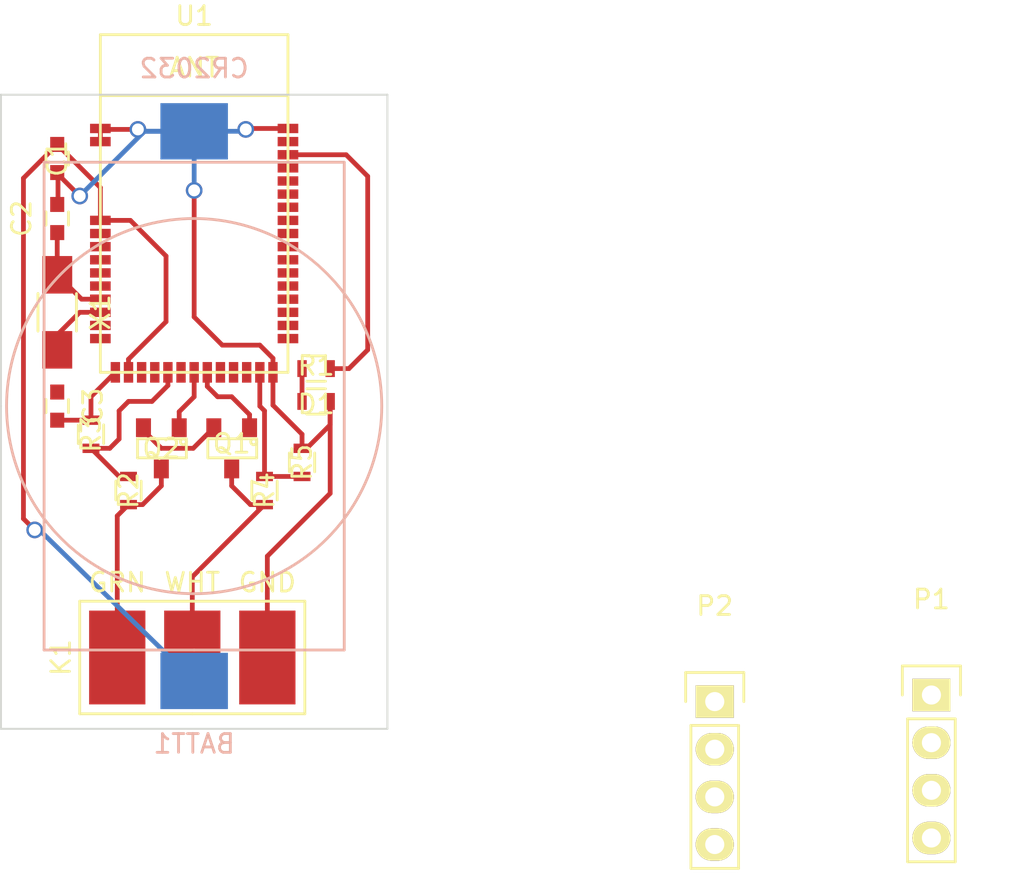
<source format=kicad_pcb>
(kicad_pcb (version 4) (host pcbnew "(2014-10-22 BZR 5216)-product")

  (general
    (links 41)
    (no_connects 11)
    (area 0 0 0 0)
    (thickness 1.6)
    (drawings 5)
    (tracks 98)
    (zones 0)
    (modules 17)
    (nets 41)
  )

  (page A4)
  (layers
    (0 F.Cu signal)
    (31 B.Cu signal)
    (32 B.Adhes user)
    (33 F.Adhes user)
    (34 B.Paste user)
    (35 F.Paste user)
    (36 B.SilkS user)
    (37 F.SilkS user)
    (38 B.Mask user)
    (39 F.Mask user)
    (40 Dwgs.User user)
    (41 Cmts.User user)
    (42 Eco1.User user)
    (43 Eco2.User user)
    (44 Edge.Cuts user)
    (45 Margin user)
    (46 B.CrtYd user)
    (47 F.CrtYd user)
    (48 B.Fab user)
    (49 F.Fab user)
  )

  (setup
    (last_trace_width 0.254)
    (trace_clearance 0.254)
    (zone_clearance 0.508)
    (zone_45_only no)
    (trace_min 0.254)
    (segment_width 0.2)
    (edge_width 0.1)
    (via_size 0.889)
    (via_drill 0.635)
    (via_min_size 0.889)
    (via_min_drill 0.508)
    (uvia_size 0.508)
    (uvia_drill 0.127)
    (uvias_allowed no)
    (uvia_min_size 0.508)
    (uvia_min_drill 0.127)
    (pcb_text_width 0.3)
    (pcb_text_size 1.5 1.5)
    (mod_edge_width 0.15)
    (mod_text_size 1 1)
    (mod_text_width 0.15)
    (pad_size 3.6 2.6)
    (pad_drill 0.6)
    (pad_to_mask_clearance 0)
    (aux_axis_origin 0 0)
    (visible_elements FFFFFF7F)
    (pcbplotparams
      (layerselection 0x00030_80000001)
      (usegerberextensions false)
      (excludeedgelayer true)
      (linewidth 0.100000)
      (plotframeref false)
      (viasonmask false)
      (mode 1)
      (useauxorigin false)
      (hpglpennumber 1)
      (hpglpenspeed 20)
      (hpglpendiameter 15)
      (hpglpenoverlay 2)
      (psnegative false)
      (psa4output false)
      (plotreference true)
      (plotvalue true)
      (plotinvisibletext false)
      (padsonsilk false)
      (subtractmaskfromsilk false)
      (outputformat 1)
      (mirror false)
      (drillshape 1)
      (scaleselection 1)
      (outputdirectory ""))
  )

  (net 0 "")
  (net 1 +BATT)
  (net 2 GND)
  (net 3 /XL1)
  (net 4 /XL2)
  (net 5 /LED_0)
  (net 6 "Net-(D1-Pad2)")
  (net 7 /DATA_1)
  (net 8 /DATA_0)
  (net 9 /SW_DIO)
  (net 10 /SW_CLK)
  (net 11 /GPIO_1)
  (net 12 /TX_TTL)
  (net 13 /RX_TTL)
  (net 14 /D0_CTL)
  (net 15 /D1_CTL)
  (net 16 /D0_SRC)
  (net 17 /D1_SRC)
  (net 18 "Net-(U1-Pad15)")
  (net 19 "Net-(U1-Pad16)")
  (net 20 "Net-(U1-Pad21)")
  (net 21 "Net-(U1-Pad22)")
  (net 22 "Net-(U1-Pad23)")
  (net 23 "Net-(U1-Pad26)")
  (net 24 "Net-(U1-Pad28)")
  (net 25 "Net-(U1-Pad30)")
  (net 26 "Net-(U1-Pad31)")
  (net 27 "Net-(U1-Pad32)")
  (net 28 "Net-(U1-Pad33)")
  (net 29 "Net-(U1-Pad34)")
  (net 30 "Net-(U1-Pad37)")
  (net 31 "Net-(U1-Pad38)")
  (net 32 "Net-(U1-Pad39)")
  (net 33 "Net-(U1-Pad41)")
  (net 34 "Net-(U1-Pad4)")
  (net 35 "Net-(U1-Pad5)")
  (net 36 "Net-(U1-Pad6)")
  (net 37 "Net-(U1-Pad7)")
  (net 38 "Net-(U1-Pad8)")
  (net 39 /GPIO_2)
  (net 40 "Net-(U1-Pad18)")

  (net_class Default "This is the default net class."
    (clearance 0.254)
    (trace_width 0.254)
    (via_dia 0.889)
    (via_drill 0.635)
    (uvia_dia 0.508)
    (uvia_drill 0.127)
    (add_net +BATT)
    (add_net /D0_CTL)
    (add_net /D0_SRC)
    (add_net /D1_CTL)
    (add_net /D1_SRC)
    (add_net /DATA_0)
    (add_net /DATA_1)
    (add_net /GPIO_1)
    (add_net /GPIO_2)
    (add_net /LED_0)
    (add_net /RX_TTL)
    (add_net /SW_CLK)
    (add_net /SW_DIO)
    (add_net /TX_TTL)
    (add_net /XL1)
    (add_net /XL2)
    (add_net GND)
    (add_net "Net-(D1-Pad2)")
    (add_net "Net-(U1-Pad15)")
    (add_net "Net-(U1-Pad16)")
    (add_net "Net-(U1-Pad18)")
    (add_net "Net-(U1-Pad21)")
    (add_net "Net-(U1-Pad22)")
    (add_net "Net-(U1-Pad23)")
    (add_net "Net-(U1-Pad26)")
    (add_net "Net-(U1-Pad28)")
    (add_net "Net-(U1-Pad30)")
    (add_net "Net-(U1-Pad31)")
    (add_net "Net-(U1-Pad32)")
    (add_net "Net-(U1-Pad33)")
    (add_net "Net-(U1-Pad34)")
    (add_net "Net-(U1-Pad37)")
    (add_net "Net-(U1-Pad38)")
    (add_net "Net-(U1-Pad39)")
    (add_net "Net-(U1-Pad4)")
    (add_net "Net-(U1-Pad41)")
    (add_net "Net-(U1-Pad5)")
    (add_net "Net-(U1-Pad6)")
    (add_net "Net-(U1-Pad7)")
    (add_net "Net-(U1-Pad8)")
  )

  (module new_wieg:CR2032 (layer B.Cu) (tedit 54AC1DC7) (tstamp 557070A5)
    (at 150.5 86)
    (path /547DCF11)
    (fp_text reference BATT1 (at 0 18) (layer B.SilkS)
      (effects (font (size 1 1) (thickness 0.15)) (justify mirror))
    )
    (fp_text value CR2032 (at 0 -18) (layer B.SilkS)
      (effects (font (size 1 1) (thickness 0.15)) (justify mirror))
    )
    (fp_circle (center 0 0) (end 10 0) (layer B.SilkS) (width 0.15))
    (fp_line (start 0 13) (end -8 13) (layer B.SilkS) (width 0.15))
    (fp_line (start -8 13) (end -8 -13) (layer B.SilkS) (width 0.15))
    (fp_line (start -8 -13) (end 8 -13) (layer B.SilkS) (width 0.15))
    (fp_line (start 8 -13) (end 8 13) (layer B.SilkS) (width 0.15))
    (fp_line (start 8 13) (end 0 13) (layer B.SilkS) (width 0.15))
    (pad 1 smd rect (at 0 14.65) (size 3.6 3) (layers B.Cu B.Paste B.Mask)
      (net 1 +BATT))
    (pad 2 smd rect (at 0 -14.65) (size 3.6 3) (layers B.Cu B.Paste B.Mask)
      (net 2 GND))
  )

  (module Capacitors_SMD:C_0603 (layer F.Cu) (tedit 5570790B) (tstamp 557070AB)
    (at 143.2 72.8 90)
    (descr "Capacitor SMD 0603, reflow soldering, AVX (see smccp.pdf)")
    (tags "capacitor 0603")
    (path /5489A399)
    (attr smd)
    (fp_text reference C1 (at 0 0 270) (layer F.SilkS)
      (effects (font (size 1 1) (thickness 0.15)))
    )
    (fp_text value 100nF (at 8.9289 -3.7736 90) (layer F.Fab) hide
      (effects (font (size 1 1) (thickness 0.15)))
    )
    (fp_line (start -1.45 -0.75) (end 1.45 -0.75) (layer F.CrtYd) (width 0.05))
    (fp_line (start -1.45 0.75) (end 1.45 0.75) (layer F.CrtYd) (width 0.05))
    (fp_line (start -1.45 -0.75) (end -1.45 0.75) (layer F.CrtYd) (width 0.05))
    (fp_line (start 1.45 -0.75) (end 1.45 0.75) (layer F.CrtYd) (width 0.05))
    (fp_line (start -0.35 -0.6) (end 0.35 -0.6) (layer F.SilkS) (width 0.15))
    (fp_line (start 0.35 0.6) (end -0.35 0.6) (layer F.SilkS) (width 0.15))
    (pad 1 smd rect (at -0.75 0 90) (size 0.8 0.75) (layers F.Cu F.Paste F.Mask)
      (net 2 GND))
    (pad 2 smd rect (at 0.75 0 90) (size 0.8 0.75) (layers F.Cu F.Paste F.Mask)
      (net 1 +BATT))
    (model Capacitors_SMD.3dshapes/C_0603.wrl
      (at (xyz 0 0 0))
      (scale (xyz 1 1 1))
      (rotate (xyz 0 0 0))
    )
  )

  (module Capacitors_SMD:C_0603 (layer F.Cu) (tedit 55707876) (tstamp 557070B1)
    (at 143.2 76 90)
    (descr "Capacitor SMD 0603, reflow soldering, AVX (see smccp.pdf)")
    (tags "capacitor 0603")
    (path /54899DF3)
    (attr smd)
    (fp_text reference C2 (at 0 -1.9 90) (layer F.SilkS)
      (effects (font (size 1 1) (thickness 0.15)))
    )
    (fp_text value 12pF (at 0 1.9 90) (layer F.Fab) hide
      (effects (font (size 1 1) (thickness 0.15)))
    )
    (fp_line (start -1.45 -0.75) (end 1.45 -0.75) (layer F.CrtYd) (width 0.05))
    (fp_line (start -1.45 0.75) (end 1.45 0.75) (layer F.CrtYd) (width 0.05))
    (fp_line (start -1.45 -0.75) (end -1.45 0.75) (layer F.CrtYd) (width 0.05))
    (fp_line (start 1.45 -0.75) (end 1.45 0.75) (layer F.CrtYd) (width 0.05))
    (fp_line (start -0.35 -0.6) (end 0.35 -0.6) (layer F.SilkS) (width 0.15))
    (fp_line (start 0.35 0.6) (end -0.35 0.6) (layer F.SilkS) (width 0.15))
    (pad 1 smd rect (at -0.75 0 90) (size 0.8 0.75) (layers F.Cu F.Paste F.Mask)
      (net 3 /XL1))
    (pad 2 smd rect (at 0.75 0 90) (size 0.8 0.75) (layers F.Cu F.Paste F.Mask)
      (net 2 GND))
    (model Capacitors_SMD.3dshapes/C_0603.wrl
      (at (xyz 0 0 0))
      (scale (xyz 1 1 1))
      (rotate (xyz 0 0 0))
    )
  )

  (module Capacitors_SMD:C_0603 (layer F.Cu) (tedit 5570790F) (tstamp 557070B7)
    (at 143.2 86 270)
    (descr "Capacitor SMD 0603, reflow soldering, AVX (see smccp.pdf)")
    (tags "capacitor 0603")
    (path /54899E00)
    (attr smd)
    (fp_text reference C3 (at 0 -1.9 270) (layer F.SilkS)
      (effects (font (size 1 1) (thickness 0.15)))
    )
    (fp_text value 12pF (at 0 1.9 270) (layer F.Fab)
      (effects (font (size 1 1) (thickness 0.15)))
    )
    (fp_line (start -1.45 -0.75) (end 1.45 -0.75) (layer F.CrtYd) (width 0.05))
    (fp_line (start -1.45 0.75) (end 1.45 0.75) (layer F.CrtYd) (width 0.05))
    (fp_line (start -1.45 -0.75) (end -1.45 0.75) (layer F.CrtYd) (width 0.05))
    (fp_line (start 1.45 -0.75) (end 1.45 0.75) (layer F.CrtYd) (width 0.05))
    (fp_line (start -0.35 -0.6) (end 0.35 -0.6) (layer F.SilkS) (width 0.15))
    (fp_line (start 0.35 0.6) (end -0.35 0.6) (layer F.SilkS) (width 0.15))
    (pad 1 smd rect (at -0.75 0 270) (size 0.8 0.75) (layers F.Cu F.Paste F.Mask)
      (net 4 /XL2))
    (pad 2 smd rect (at 0.75 0 270) (size 0.8 0.75) (layers F.Cu F.Paste F.Mask)
      (net 2 GND))
    (model Capacitors_SMD.3dshapes/C_0603.wrl
      (at (xyz 0 0 0))
      (scale (xyz 1 1 1))
      (rotate (xyz 0 0 0))
    )
  )

  (module Resistors_SMD:R_0603 (layer F.Cu) (tedit 5570720B) (tstamp 557070BD)
    (at 157 84 180)
    (descr "Resistor SMD 0603, reflow soldering, Vishay (see dcrcw.pdf)")
    (tags "resistor 0603")
    (path /547DCE55)
    (attr smd)
    (fp_text reference D1 (at 0 -1.9 180) (layer F.SilkS)
      (effects (font (size 1 1) (thickness 0.15)))
    )
    (fp_text value LED (at 0 1.9 180) (layer F.Fab) hide
      (effects (font (size 1 1) (thickness 0.15)))
    )
    (fp_line (start -1.3 -0.8) (end 1.3 -0.8) (layer F.CrtYd) (width 0.05))
    (fp_line (start -1.3 0.8) (end 1.3 0.8) (layer F.CrtYd) (width 0.05))
    (fp_line (start -1.3 -0.8) (end -1.3 0.8) (layer F.CrtYd) (width 0.05))
    (fp_line (start 1.3 -0.8) (end 1.3 0.8) (layer F.CrtYd) (width 0.05))
    (fp_line (start 0.5 0.675) (end -0.5 0.675) (layer F.SilkS) (width 0.15))
    (fp_line (start -0.5 -0.675) (end 0.5 -0.675) (layer F.SilkS) (width 0.15))
    (pad 1 smd rect (at -0.75 0 180) (size 0.5 0.9) (layers F.Cu F.Paste F.Mask)
      (net 5 /LED_0))
    (pad 2 smd rect (at 0.75 0 180) (size 0.5 0.9) (layers F.Cu F.Paste F.Mask)
      (net 6 "Net-(D1-Pad2)"))
    (model Resistors_SMD.3dshapes/R_0603.wrl
      (at (xyz 0 0 0))
      (scale (xyz 1 1 1))
      (rotate (xyz 0 0 0))
    )
  )

  (module new_wieg:IDC3POS (layer F.Cu) (tedit 54AB0A73) (tstamp 557070C4)
    (at 150.4 99.4)
    (path /547F5E27)
    (fp_text reference K1 (at -7 0 90) (layer F.SilkS)
      (effects (font (size 1 1) (thickness 0.15)))
    )
    (fp_text value WIEGAND (at 0 4) (layer F.SilkS) hide
      (effects (font (size 1 1) (thickness 0.15)))
    )
    (fp_text user GND (at 4 -4) (layer F.SilkS)
      (effects (font (size 1 1) (thickness 0.15)))
    )
    (fp_text user WHT (at 0 -4) (layer F.SilkS)
      (effects (font (size 1 1) (thickness 0.15)))
    )
    (fp_text user GRN (at -4 -4) (layer F.SilkS)
      (effects (font (size 1 1) (thickness 0.15)))
    )
    (fp_line (start 0 -3) (end 6 -3) (layer F.SilkS) (width 0.15))
    (fp_line (start 6 -3) (end 6 3) (layer F.SilkS) (width 0.15))
    (fp_line (start 6 3) (end 0 3) (layer F.SilkS) (width 0.15))
    (fp_line (start 0 3) (end -6 3) (layer F.SilkS) (width 0.15))
    (fp_line (start -6 3) (end -6 -3) (layer F.SilkS) (width 0.15))
    (fp_line (start -6 -3) (end 0 -3) (layer F.SilkS) (width 0.15))
    (pad 2 smd rect (at 0 0) (size 3 5) (layers F.Cu F.Paste F.Mask)
      (net 7 /DATA_1))
    (pad 1 smd rect (at -4 0) (size 3 5) (layers F.Cu F.Paste F.Mask)
      (net 8 /DATA_0))
    (pad 3 smd rect (at 4 0) (size 3 5) (layers F.Cu F.Paste F.Mask)
      (net 2 GND))
  )

  (module Pin_Headers:Pin_Header_Straight_1x04 (layer F.Cu) (tedit 55707070) (tstamp 557070CC)
    (at 189.8 101.4)
    (descr "Through hole pin header")
    (tags "pin header")
    (path /55707409)
    (fp_text reference P1 (at 0 -5.1) (layer F.SilkS)
      (effects (font (size 1 1) (thickness 0.15)))
    )
    (fp_text value CONN_01X04 (at 0 -3.1) (layer F.Fab)
      (effects (font (size 1 1) (thickness 0.15)))
    )
    (fp_line (start -1.75 -1.75) (end -1.75 9.4) (layer F.CrtYd) (width 0.05))
    (fp_line (start 1.75 -1.75) (end 1.75 9.4) (layer F.CrtYd) (width 0.05))
    (fp_line (start -1.75 -1.75) (end 1.75 -1.75) (layer F.CrtYd) (width 0.05))
    (fp_line (start -1.75 9.4) (end 1.75 9.4) (layer F.CrtYd) (width 0.05))
    (fp_line (start -1.27 1.27) (end -1.27 8.89) (layer F.SilkS) (width 0.15))
    (fp_line (start 1.27 1.27) (end 1.27 8.89) (layer F.SilkS) (width 0.15))
    (fp_line (start 1.55 -1.55) (end 1.55 0) (layer F.SilkS) (width 0.15))
    (fp_line (start -1.27 8.89) (end 1.27 8.89) (layer F.SilkS) (width 0.15))
    (fp_line (start 1.27 1.27) (end -1.27 1.27) (layer F.SilkS) (width 0.15))
    (fp_line (start -1.55 0) (end -1.55 -1.55) (layer F.SilkS) (width 0.15))
    (fp_line (start -1.55 -1.55) (end 1.55 -1.55) (layer F.SilkS) (width 0.15))
    (pad 1 thru_hole rect (at 0 0) (size 2.032 1.7272) (drill 1.016) (layers *.Cu *.Mask F.SilkS)
      (net 1 +BATT))
    (pad 2 thru_hole oval (at 0 2.54) (size 2.032 1.7272) (drill 1.016) (layers *.Cu *.Mask F.SilkS)
      (net 9 /SW_DIO))
    (pad 3 thru_hole oval (at 0 5.08) (size 2.032 1.7272) (drill 1.016) (layers *.Cu *.Mask F.SilkS)
      (net 10 /SW_CLK))
    (pad 4 thru_hole oval (at 0 7.62) (size 2.032 1.7272) (drill 1.016) (layers *.Cu *.Mask F.SilkS)
      (net 2 GND))
    (model Pin_Headers.3dshapes/Pin_Header_Straight_1x04.wrl
      (at (xyz 0 -0.15 0))
      (scale (xyz 1 1 1))
      (rotate (xyz 0 0 90))
    )
  )

  (module Pin_Headers:Pin_Header_Straight_1x04 (layer F.Cu) (tedit 55707070) (tstamp 55707754)
    (at 178.25 101.75)
    (descr "Through hole pin header")
    (tags "pin header")
    (path /5570B08F)
    (fp_text reference P2 (at 0 -5.1) (layer F.SilkS)
      (effects (font (size 1 1) (thickness 0.15)))
    )
    (fp_text value CONN_01X04 (at 0 -3.1) (layer F.Fab)
      (effects (font (size 1 1) (thickness 0.15)))
    )
    (fp_line (start -1.75 -1.75) (end -1.75 9.4) (layer F.CrtYd) (width 0.05))
    (fp_line (start 1.75 -1.75) (end 1.75 9.4) (layer F.CrtYd) (width 0.05))
    (fp_line (start -1.75 -1.75) (end 1.75 -1.75) (layer F.CrtYd) (width 0.05))
    (fp_line (start -1.75 9.4) (end 1.75 9.4) (layer F.CrtYd) (width 0.05))
    (fp_line (start -1.27 1.27) (end -1.27 8.89) (layer F.SilkS) (width 0.15))
    (fp_line (start 1.27 1.27) (end 1.27 8.89) (layer F.SilkS) (width 0.15))
    (fp_line (start 1.55 -1.55) (end 1.55 0) (layer F.SilkS) (width 0.15))
    (fp_line (start -1.27 8.89) (end 1.27 8.89) (layer F.SilkS) (width 0.15))
    (fp_line (start 1.27 1.27) (end -1.27 1.27) (layer F.SilkS) (width 0.15))
    (fp_line (start -1.55 0) (end -1.55 -1.55) (layer F.SilkS) (width 0.15))
    (fp_line (start -1.55 -1.55) (end 1.55 -1.55) (layer F.SilkS) (width 0.15))
    (pad 1 thru_hole rect (at 0 0) (size 2.032 1.7272) (drill 1.016) (layers *.Cu *.Mask F.SilkS)
      (net 11 /GPIO_1))
    (pad 2 thru_hole oval (at 0 2.54) (size 2.032 1.7272) (drill 1.016) (layers *.Cu *.Mask F.SilkS)
      (net 12 /TX_TTL))
    (pad 3 thru_hole oval (at 0 5.08) (size 2.032 1.7272) (drill 1.016) (layers *.Cu *.Mask F.SilkS)
      (net 13 /RX_TTL))
    (pad 4 thru_hole oval (at 0 7.62) (size 2.032 1.7272) (drill 1.016) (layers *.Cu *.Mask F.SilkS)
      (net 2 GND))
    (model Pin_Headers.3dshapes/Pin_Header_Straight_1x04.wrl
      (at (xyz 0 -0.15 0))
      (scale (xyz 1 1 1))
      (rotate (xyz 0 0 90))
    )
  )

  (module new_wieg:SOT-23-FET (layer F.Cu) (tedit 5570715B) (tstamp 557070DB)
    (at 152.5 88.25 180)
    (tags SOT23)
    (path /5479C83C)
    (fp_text reference Q1 (at 0 0.25 360) (layer F.SilkS)
      (effects (font (size 1 1) (thickness 0.15)))
    )
    (fp_text value FET_N (at 0 3 180) (layer F.SilkS) hide
      (effects (font (size 1 1) (thickness 0.15)))
    )
    (fp_circle (center -1.17602 0.35052) (end -1.30048 0.44958) (layer F.SilkS) (width 0.15))
    (fp_line (start 1.27 -0.508) (end 1.27 0.508) (layer F.SilkS) (width 0.15))
    (fp_line (start -1.3335 -0.508) (end -1.3335 0.508) (layer F.SilkS) (width 0.15))
    (fp_line (start 1.27 0.508) (end -1.3335 0.508) (layer F.SilkS) (width 0.15))
    (fp_line (start -1.3335 -0.508) (end 1.27 -0.508) (layer F.SilkS) (width 0.15))
    (pad D smd rect (at 0 -1.09982 180) (size 0.8001 1.00076) (layers F.Cu F.Paste F.Mask)
      (net 7 /DATA_1))
    (pad S smd rect (at 0.9525 1.09982 180) (size 0.8001 1.00076) (layers F.Cu F.Paste F.Mask)
      (net 2 GND))
    (pad G smd rect (at -0.9525 1.09982 180) (size 0.8001 1.00076) (layers F.Cu F.Paste F.Mask)
      (net 15 /D1_CTL))
    (model SMD_Packages/SOT-23.wrl
      (at (xyz 0 0 0))
      (scale (xyz 0.4 0.4 0.4))
      (rotate (xyz 0 0 180))
    )
  )

  (module new_wieg:SOT-23-FET (layer F.Cu) (tedit 5570715E) (tstamp 557070E2)
    (at 148.75 88.25 180)
    (tags SOT23)
    (path /547DCD65)
    (fp_text reference Q2 (at 0 0 360) (layer F.SilkS)
      (effects (font (size 1 1) (thickness 0.15)))
    )
    (fp_text value FET_N (at 0 3 180) (layer F.SilkS) hide
      (effects (font (size 1 1) (thickness 0.15)))
    )
    (fp_circle (center -1.17602 0.35052) (end -1.30048 0.44958) (layer F.SilkS) (width 0.15))
    (fp_line (start 1.27 -0.508) (end 1.27 0.508) (layer F.SilkS) (width 0.15))
    (fp_line (start -1.3335 -0.508) (end -1.3335 0.508) (layer F.SilkS) (width 0.15))
    (fp_line (start 1.27 0.508) (end -1.3335 0.508) (layer F.SilkS) (width 0.15))
    (fp_line (start -1.3335 -0.508) (end 1.27 -0.508) (layer F.SilkS) (width 0.15))
    (pad D smd rect (at 0 -1.09982 180) (size 0.8001 1.00076) (layers F.Cu F.Paste F.Mask)
      (net 8 /DATA_0))
    (pad S smd rect (at 0.9525 1.09982 180) (size 0.8001 1.00076) (layers F.Cu F.Paste F.Mask)
      (net 2 GND))
    (pad G smd rect (at -0.9525 1.09982 180) (size 0.8001 1.00076) (layers F.Cu F.Paste F.Mask)
      (net 14 /D0_CTL))
    (model SMD_Packages/SOT-23.wrl
      (at (xyz 0 0 0))
      (scale (xyz 0.4 0.4 0.4))
      (rotate (xyz 0 0 180))
    )
  )

  (module Resistors_SMD:R_0603 (layer F.Cu) (tedit 5570720C) (tstamp 557070E8)
    (at 157 85.75)
    (descr "Resistor SMD 0603, reflow soldering, Vishay (see dcrcw.pdf)")
    (tags "resistor 0603")
    (path /547DCE7A)
    (attr smd)
    (fp_text reference R1 (at 0 -1.9) (layer F.SilkS)
      (effects (font (size 1 1) (thickness 0.15)))
    )
    (fp_text value R (at 0 1.9) (layer F.Fab) hide
      (effects (font (size 1 1) (thickness 0.15)))
    )
    (fp_line (start -1.3 -0.8) (end 1.3 -0.8) (layer F.CrtYd) (width 0.05))
    (fp_line (start -1.3 0.8) (end 1.3 0.8) (layer F.CrtYd) (width 0.05))
    (fp_line (start -1.3 -0.8) (end -1.3 0.8) (layer F.CrtYd) (width 0.05))
    (fp_line (start 1.3 -0.8) (end 1.3 0.8) (layer F.CrtYd) (width 0.05))
    (fp_line (start 0.5 0.675) (end -0.5 0.675) (layer F.SilkS) (width 0.15))
    (fp_line (start -0.5 -0.675) (end 0.5 -0.675) (layer F.SilkS) (width 0.15))
    (pad 1 smd rect (at -0.75 0) (size 0.5 0.9) (layers F.Cu F.Paste F.Mask)
      (net 6 "Net-(D1-Pad2)"))
    (pad 2 smd rect (at 0.75 0) (size 0.5 0.9) (layers F.Cu F.Paste F.Mask)
      (net 2 GND))
    (model Resistors_SMD.3dshapes/R_0603.wrl
      (at (xyz 0 0 0))
      (scale (xyz 1 1 1))
      (rotate (xyz 0 0 0))
    )
  )

  (module Resistors_SMD:R_0603 (layer F.Cu) (tedit 55707193) (tstamp 55707514)
    (at 147 90.5 90)
    (descr "Resistor SMD 0603, reflow soldering, Vishay (see dcrcw.pdf)")
    (tags "resistor 0603")
    (path /547A0C9D)
    (attr smd)
    (fp_text reference R2 (at 0 0 90) (layer F.SilkS)
      (effects (font (size 1 1) (thickness 0.15)))
    )
    (fp_text value R (at 0 1.9 90) (layer F.Fab) hide
      (effects (font (size 1 1) (thickness 0.15)))
    )
    (fp_line (start -1.3 -0.8) (end 1.3 -0.8) (layer F.CrtYd) (width 0.05))
    (fp_line (start -1.3 0.8) (end 1.3 0.8) (layer F.CrtYd) (width 0.05))
    (fp_line (start -1.3 -0.8) (end -1.3 0.8) (layer F.CrtYd) (width 0.05))
    (fp_line (start 1.3 -0.8) (end 1.3 0.8) (layer F.CrtYd) (width 0.05))
    (fp_line (start 0.5 0.675) (end -0.5 0.675) (layer F.SilkS) (width 0.15))
    (fp_line (start -0.5 -0.675) (end 0.5 -0.675) (layer F.SilkS) (width 0.15))
    (pad 1 smd rect (at -0.75 0 90) (size 0.5 0.9) (layers F.Cu F.Paste F.Mask)
      (net 8 /DATA_0))
    (pad 2 smd rect (at 0.75 0 90) (size 0.5 0.9) (layers F.Cu F.Paste F.Mask)
      (net 16 /D0_SRC))
    (model Resistors_SMD.3dshapes/R_0603.wrl
      (at (xyz 0 0 0))
      (scale (xyz 1 1 1))
      (rotate (xyz 0 0 0))
    )
  )

  (module Resistors_SMD:R_0603 (layer F.Cu) (tedit 55707196) (tstamp 557070F4)
    (at 145 87.5 90)
    (descr "Resistor SMD 0603, reflow soldering, Vishay (see dcrcw.pdf)")
    (tags "resistor 0603")
    (path /547A0CBB)
    (attr smd)
    (fp_text reference R3 (at 0 0 90) (layer F.SilkS)
      (effects (font (size 1 1) (thickness 0.15)))
    )
    (fp_text value R (at 0 1.9 90) (layer F.Fab) hide
      (effects (font (size 1 1) (thickness 0.15)))
    )
    (fp_line (start -1.3 -0.8) (end 1.3 -0.8) (layer F.CrtYd) (width 0.05))
    (fp_line (start -1.3 0.8) (end 1.3 0.8) (layer F.CrtYd) (width 0.05))
    (fp_line (start -1.3 -0.8) (end -1.3 0.8) (layer F.CrtYd) (width 0.05))
    (fp_line (start 1.3 -0.8) (end 1.3 0.8) (layer F.CrtYd) (width 0.05))
    (fp_line (start 0.5 0.675) (end -0.5 0.675) (layer F.SilkS) (width 0.15))
    (fp_line (start -0.5 -0.675) (end 0.5 -0.675) (layer F.SilkS) (width 0.15))
    (pad 1 smd rect (at -0.75 0 90) (size 0.5 0.9) (layers F.Cu F.Paste F.Mask)
      (net 16 /D0_SRC))
    (pad 2 smd rect (at 0.75 0 90) (size 0.5 0.9) (layers F.Cu F.Paste F.Mask)
      (net 2 GND))
    (model Resistors_SMD.3dshapes/R_0603.wrl
      (at (xyz 0 0 0))
      (scale (xyz 1 1 1))
      (rotate (xyz 0 0 0))
    )
  )

  (module Resistors_SMD:R_0603 (layer F.Cu) (tedit 55707191) (tstamp 557070FA)
    (at 154.25 90.5 90)
    (descr "Resistor SMD 0603, reflow soldering, Vishay (see dcrcw.pdf)")
    (tags "resistor 0603")
    (path /547DCD6D)
    (attr smd)
    (fp_text reference R4 (at 0 0 90) (layer F.SilkS)
      (effects (font (size 1 1) (thickness 0.15)))
    )
    (fp_text value R (at 0 1.9 90) (layer F.Fab) hide
      (effects (font (size 1 1) (thickness 0.15)))
    )
    (fp_line (start -1.3 -0.8) (end 1.3 -0.8) (layer F.CrtYd) (width 0.05))
    (fp_line (start -1.3 0.8) (end 1.3 0.8) (layer F.CrtYd) (width 0.05))
    (fp_line (start -1.3 -0.8) (end -1.3 0.8) (layer F.CrtYd) (width 0.05))
    (fp_line (start 1.3 -0.8) (end 1.3 0.8) (layer F.CrtYd) (width 0.05))
    (fp_line (start 0.5 0.675) (end -0.5 0.675) (layer F.SilkS) (width 0.15))
    (fp_line (start -0.5 -0.675) (end 0.5 -0.675) (layer F.SilkS) (width 0.15))
    (pad 1 smd rect (at -0.75 0 90) (size 0.5 0.9) (layers F.Cu F.Paste F.Mask)
      (net 7 /DATA_1))
    (pad 2 smd rect (at 0.75 0 90) (size 0.5 0.9) (layers F.Cu F.Paste F.Mask)
      (net 17 /D1_SRC))
    (model Resistors_SMD.3dshapes/R_0603.wrl
      (at (xyz 0 0 0))
      (scale (xyz 1 1 1))
      (rotate (xyz 0 0 0))
    )
  )

  (module Resistors_SMD:R_0603 (layer F.Cu) (tedit 557071A1) (tstamp 55707100)
    (at 156.25 89 90)
    (descr "Resistor SMD 0603, reflow soldering, Vishay (see dcrcw.pdf)")
    (tags "resistor 0603")
    (path /547DCD73)
    (attr smd)
    (fp_text reference R5 (at 0 0 90) (layer F.SilkS)
      (effects (font (size 1 1) (thickness 0.15)))
    )
    (fp_text value R (at 0 1.9 90) (layer F.Fab) hide
      (effects (font (size 1 1) (thickness 0.15)))
    )
    (fp_line (start -1.3 -0.8) (end 1.3 -0.8) (layer F.CrtYd) (width 0.05))
    (fp_line (start -1.3 0.8) (end 1.3 0.8) (layer F.CrtYd) (width 0.05))
    (fp_line (start -1.3 -0.8) (end -1.3 0.8) (layer F.CrtYd) (width 0.05))
    (fp_line (start 1.3 -0.8) (end 1.3 0.8) (layer F.CrtYd) (width 0.05))
    (fp_line (start 0.5 0.675) (end -0.5 0.675) (layer F.SilkS) (width 0.15))
    (fp_line (start -0.5 -0.675) (end 0.5 -0.675) (layer F.SilkS) (width 0.15))
    (pad 1 smd rect (at -0.75 0 90) (size 0.5 0.9) (layers F.Cu F.Paste F.Mask)
      (net 17 /D1_SRC))
    (pad 2 smd rect (at 0.75 0 90) (size 0.5 0.9) (layers F.Cu F.Paste F.Mask)
      (net 2 GND))
    (model Resistors_SMD.3dshapes/R_0603.wrl
      (at (xyz 0 0 0))
      (scale (xyz 1 1 1))
      (rotate (xyz 0 0 0))
    )
  )

  (module new_wieg:MDBT40 (layer F.Cu) (tedit 557070E5) (tstamp 5570712E)
    (at 150.5 84.2)
    (path /547F5765)
    (fp_text reference U1 (at 0 -19) (layer F.SilkS)
      (effects (font (size 1 1) (thickness 0.15)))
    )
    (fp_text value MDBT40 (at 0.25 1.75) (layer F.SilkS) hide
      (effects (font (size 1 1) (thickness 0.15)))
    )
    (fp_text user ANT (at 0 -16.25) (layer F.SilkS)
      (effects (font (size 1 1) (thickness 0.15)))
    )
    (fp_line (start -5 -14.75) (end 5 -14.75) (layer F.SilkS) (width 0.15))
    (fp_line (start 5 -18) (end -5 -18) (layer F.SilkS) (width 0.15))
    (fp_line (start -5 -18) (end -5 0) (layer F.SilkS) (width 0.15))
    (fp_line (start -5 0) (end 5 0) (layer F.SilkS) (width 0.15))
    (fp_line (start 5 0) (end 5 -18) (layer F.SilkS) (width 0.15))
    (pad 13 smd rect (at -4.2 0) (size 0.5 1.1) (layers F.Cu F.Paste F.Mask)
      (net 2 GND))
    (pad 14 smd rect (at -3.5 0) (size 0.5 1.1) (layers F.Cu F.Paste F.Mask)
      (net 1 +BATT))
    (pad 15 smd rect (at -2.8 0) (size 0.5 1.1) (layers F.Cu F.Paste F.Mask)
      (net 18 "Net-(U1-Pad15)"))
    (pad 16 smd rect (at -2.1 0) (size 0.5 1.1) (layers F.Cu F.Paste F.Mask)
      (net 19 "Net-(U1-Pad16)"))
    (pad 17 smd rect (at -1.4 0) (size 0.5 1.1) (layers F.Cu F.Paste F.Mask)
      (net 16 /D0_SRC))
    (pad 18 smd rect (at -0.7 0) (size 0.5 1.1) (layers F.Cu F.Paste F.Mask)
      (net 40 "Net-(U1-Pad18)"))
    (pad 19 smd rect (at 0 0) (size 0.5 1.1) (layers F.Cu F.Paste F.Mask)
      (net 14 /D0_CTL))
    (pad 20 smd rect (at 0.7 0) (size 0.5 1.1) (layers F.Cu F.Paste F.Mask)
      (net 15 /D1_CTL))
    (pad 21 smd rect (at 1.4 0) (size 0.5 1.1) (layers F.Cu F.Paste F.Mask)
      (net 20 "Net-(U1-Pad21)"))
    (pad 22 smd rect (at 2.1 0) (size 0.5 1.1) (layers F.Cu F.Paste F.Mask)
      (net 21 "Net-(U1-Pad22)"))
    (pad 23 smd rect (at 2.8 0) (size 0.5 1.1) (layers F.Cu F.Paste F.Mask)
      (net 22 "Net-(U1-Pad23)"))
    (pad 24 smd rect (at 3.5 0) (size 0.5 1.1) (layers F.Cu F.Paste F.Mask)
      (net 17 /D1_SRC))
    (pad 25 smd rect (at 4.2 0) (size 0.5 1.1) (layers F.Cu F.Paste F.Mask)
      (net 2 GND))
    (pad 1 smd rect (at -5 -13) (size 1.1 0.5) (layers F.Cu F.Paste F.Mask)
      (net 2 GND))
    (pad 2 smd rect (at -5 -12.3) (size 1.1 0.5) (layers F.Cu F.Paste F.Mask)
      (net 2 GND))
    (pad 26 smd rect (at 5 -1.8) (size 1.1 0.5) (layers F.Cu F.Paste F.Mask)
      (net 23 "Net-(U1-Pad26)"))
    (pad 27 smd rect (at 5 -2.5) (size 1.1 0.5) (layers F.Cu F.Paste F.Mask)
      (net 12 /TX_TTL))
    (pad 28 smd rect (at 5 -3.2) (size 1.1 0.5) (layers F.Cu F.Paste F.Mask)
      (net 24 "Net-(U1-Pad28)"))
    (pad 29 smd rect (at 5 -3.9) (size 1.1 0.5) (layers F.Cu F.Paste F.Mask)
      (net 13 /RX_TTL))
    (pad 30 smd rect (at 5 -4.6) (size 1.1 0.5) (layers F.Cu F.Paste F.Mask)
      (net 25 "Net-(U1-Pad30)"))
    (pad 31 smd rect (at 5 -5.3) (size 1.1 0.5) (layers F.Cu F.Paste F.Mask)
      (net 26 "Net-(U1-Pad31)"))
    (pad 32 smd rect (at 5 -6) (size 1.1 0.5) (layers F.Cu F.Paste F.Mask)
      (net 27 "Net-(U1-Pad32)"))
    (pad 33 smd rect (at 5 -6.7) (size 1.1 0.5) (layers F.Cu F.Paste F.Mask)
      (net 28 "Net-(U1-Pad33)"))
    (pad 34 smd rect (at 5 -7.4) (size 1.1 0.5) (layers F.Cu F.Paste F.Mask)
      (net 29 "Net-(U1-Pad34)"))
    (pad 35 smd rect (at 5 -8.1) (size 1.1 0.5) (layers F.Cu F.Paste F.Mask)
      (net 9 /SW_DIO))
    (pad 36 smd rect (at 5 -8.8) (size 1.1 0.5) (layers F.Cu F.Paste F.Mask)
      (net 10 /SW_CLK))
    (pad 37 smd rect (at 5 -9.5) (size 1.1 0.5) (layers F.Cu F.Paste F.Mask)
      (net 30 "Net-(U1-Pad37)"))
    (pad 38 smd rect (at 5 -10.2) (size 1.1 0.5) (layers F.Cu F.Paste F.Mask)
      (net 31 "Net-(U1-Pad38)"))
    (pad 39 smd rect (at 5 -10.9) (size 1.1 0.5) (layers F.Cu F.Paste F.Mask)
      (net 32 "Net-(U1-Pad39)"))
    (pad 40 smd rect (at 5 -11.6) (size 1.1 0.5) (layers F.Cu F.Paste F.Mask)
      (net 5 /LED_0))
    (pad 41 smd rect (at 5 -12.3) (size 1.1 0.5) (layers F.Cu F.Paste F.Mask)
      (net 33 "Net-(U1-Pad41)"))
    (pad 42 smd rect (at 5 -13) (size 1.1 0.5) (layers F.Cu F.Paste F.Mask)
      (net 2 GND))
    (pad 3 smd rect (at -5 -8.1) (size 1.1 0.5) (layers F.Cu F.Paste F.Mask)
      (net 1 +BATT))
    (pad 4 smd rect (at -5 -7.4) (size 1.1 0.5) (layers F.Cu F.Paste F.Mask)
      (net 34 "Net-(U1-Pad4)"))
    (pad 5 smd rect (at -5 -6.7) (size 1.1 0.5) (layers F.Cu F.Paste F.Mask)
      (net 35 "Net-(U1-Pad5)"))
    (pad 6 smd rect (at -5 -6) (size 1.1 0.5) (layers F.Cu F.Paste F.Mask)
      (net 36 "Net-(U1-Pad6)"))
    (pad 7 smd rect (at -5 -5.3) (size 1.1 0.5) (layers F.Cu F.Paste F.Mask)
      (net 37 "Net-(U1-Pad7)"))
    (pad 8 smd rect (at -5 -4.6) (size 1.1 0.5) (layers F.Cu F.Paste F.Mask)
      (net 38 "Net-(U1-Pad8)"))
    (pad 9 smd rect (at -5 -3.9) (size 1.1 0.5) (layers F.Cu F.Paste F.Mask)
      (net 3 /XL1))
    (pad 10 smd rect (at -5 -3.2) (size 1.1 0.5) (layers F.Cu F.Paste F.Mask)
      (net 4 /XL2))
    (pad 11 smd rect (at -5 -2.5) (size 1.1 0.5) (layers F.Cu F.Paste F.Mask)
      (net 11 /GPIO_1))
    (pad 12 smd rect (at -5 -1.8) (size 1.1 0.5) (layers F.Cu F.Paste F.Mask)
      (net 39 /GPIO_2))
  )

  (module Capacitors_SMD:C_1206_HandSoldering (layer F.Cu) (tedit 55707866) (tstamp 55707134)
    (at 143.2 81 270)
    (descr "Capacitor SMD 1206, hand soldering")
    (tags "capacitor 1206")
    (path /54899CE7)
    (attr smd)
    (fp_text reference X1 (at 0 -2.3 270) (layer F.SilkS)
      (effects (font (size 1 1) (thickness 0.15)))
    )
    (fp_text value 32.768kHz (at 0 2.3 270) (layer F.Fab) hide
      (effects (font (size 1 1) (thickness 0.15)))
    )
    (fp_line (start -3.3 -1.15) (end 3.3 -1.15) (layer F.CrtYd) (width 0.05))
    (fp_line (start -3.3 1.15) (end 3.3 1.15) (layer F.CrtYd) (width 0.05))
    (fp_line (start -3.3 -1.15) (end -3.3 1.15) (layer F.CrtYd) (width 0.05))
    (fp_line (start 3.3 -1.15) (end 3.3 1.15) (layer F.CrtYd) (width 0.05))
    (fp_line (start 1 -1.025) (end -1 -1.025) (layer F.SilkS) (width 0.15))
    (fp_line (start -1 1.025) (end 1 1.025) (layer F.SilkS) (width 0.15))
    (pad 1 smd rect (at -2 0 270) (size 2 1.6) (layers F.Cu F.Paste F.Mask)
      (net 3 /XL1))
    (pad 2 smd rect (at 2 0 270) (size 2 1.6) (layers F.Cu F.Paste F.Mask)
      (net 4 /XL2))
    (model Capacitors_SMD.3dshapes/C_1206_HandSoldering.wrl
      (at (xyz 0 0 0))
      (scale (xyz 1 1 1))
      (rotate (xyz 0 0 0))
    )
  )

  (gr_line (start 140.2 103.2) (end 140.2 86) (angle 90) (layer Edge.Cuts) (width 0.1))
  (gr_line (start 160.8 103.2) (end 140.2 103.2) (angle 90) (layer Edge.Cuts) (width 0.1))
  (gr_line (start 160.8 69.4) (end 160.8 103.2) (angle 90) (layer Edge.Cuts) (width 0.1))
  (gr_line (start 140.2 69.4) (end 160.8 69.4) (angle 90) (layer Edge.Cuts) (width 0.1))
  (gr_line (start 140.2 86) (end 140.2 69.4) (angle 90) (layer Edge.Cuts) (width 0.1))

  (segment (start 145.5 76.1) (end 145.5 74.35) (width 0.254) (layer F.Cu) (net 1))
  (segment (start 145.5 74.35) (end 143.2 72.05) (width 0.254) (layer F.Cu) (net 1) (tstamp 557078E1))
  (segment (start 142 92.6) (end 141.4 92) (width 0.254) (layer F.Cu) (net 1))
  (segment (start 141.4 92) (end 141.4 73.85) (width 0.254) (layer F.Cu) (net 1) (tstamp 557078BF))
  (segment (start 141.4 73.85) (end 143.2 72.05) (width 0.254) (layer F.Cu) (net 1) (tstamp 557078C3))
  (segment (start 150.5 100.65) (end 142.25 92.6) (width 0.254) (layer B.Cu) (net 1))
  (segment (start 142.25 92.6) (end 142 92.6) (width 0.254) (layer B.Cu) (net 1) (tstamp 55707845))
  (via (at 142 92.6) (size 0.889) (layers F.Cu B.Cu) (net 1))
  (segment (start 147 84.2) (end 147 83.5) (width 0.254) (layer F.Cu) (net 1))
  (segment (start 147.1 76.1) (end 145.5 76.1) (width 0.254) (layer F.Cu) (net 1) (tstamp 55707760))
  (segment (start 149 78) (end 147.1 76.1) (width 0.254) (layer F.Cu) (net 1) (tstamp 5570775E))
  (segment (start 149 81.5) (end 149 78) (width 0.254) (layer F.Cu) (net 1) (tstamp 5570775B))
  (segment (start 147 83.5) (end 149 81.5) (width 0.254) (layer F.Cu) (net 1) (tstamp 55707755))
  (segment (start 143.2 73.55) (end 143.2 73.6) (width 0.254) (layer F.Cu) (net 2))
  (segment (start 143.2 73.6) (end 144.4 74.8) (width 0.254) (layer F.Cu) (net 2) (tstamp 557078E7))
  (segment (start 147.85 71.35) (end 150.5 71.35) (width 0.254) (layer B.Cu) (net 2) (tstamp 557078EA))
  (segment (start 144.4 74.8) (end 147.85 71.35) (width 0.254) (layer B.Cu) (net 2) (tstamp 557078E9))
  (via (at 144.4 74.8) (size 0.889) (layers F.Cu B.Cu) (net 2))
  (segment (start 143.2 75.25) (end 143.241998 75.208002) (width 0.254) (layer F.Cu) (net 2))
  (segment (start 143.241998 75.208002) (end 143.241998 73.65) (width 0.254) (layer F.Cu) (net 2) (tstamp 557078CA))
  (segment (start 143.241998 73.65) (end 143.2 73.55) (width 0.254) (layer F.Cu) (net 2) (tstamp 557078CC))
  (segment (start 143.2 86.75) (end 145 86.75) (width 0.254) (layer F.Cu) (net 2))
  (segment (start 154.4 99.4) (end 154.4 94) (width 0.254) (layer F.Cu) (net 2))
  (segment (start 157.75 90.65) (end 157.75 85.75) (width 0.254) (layer F.Cu) (net 2) (tstamp 557077E1))
  (segment (start 154.4 94) (end 157.75 90.65) (width 0.254) (layer F.Cu) (net 2) (tstamp 557077DD))
  (segment (start 154.7 84.2) (end 154.7 83.45) (width 0.254) (layer F.Cu) (net 2))
  (segment (start 150.5 74.5) (end 150.5 71.35) (width 0.254) (layer B.Cu) (net 2) (tstamp 55707796))
  (via (at 150.5 74.5) (size 0.889) (layers F.Cu B.Cu) (net 2))
  (segment (start 150.5 81.25) (end 150.5 74.5) (width 0.254) (layer F.Cu) (net 2) (tstamp 5570778F))
  (segment (start 152 82.75) (end 150.5 81.25) (width 0.254) (layer F.Cu) (net 2) (tstamp 55707789))
  (segment (start 154 82.75) (end 152 82.75) (width 0.254) (layer F.Cu) (net 2) (tstamp 55707781))
  (segment (start 154.7 83.45) (end 154 82.75) (width 0.254) (layer F.Cu) (net 2) (tstamp 55707780))
  (segment (start 156.25 88.25) (end 156.25 87.5) (width 0.254) (layer F.Cu) (net 2))
  (segment (start 154.7 85.95) (end 154.7 84.2) (width 0.254) (layer F.Cu) (net 2) (tstamp 5570777C))
  (segment (start 156.25 87.5) (end 154.7 85.95) (width 0.254) (layer F.Cu) (net 2) (tstamp 5570777B))
  (segment (start 150.5 71.35) (end 153.15 71.35) (width 0.254) (layer B.Cu) (net 2))
  (segment (start 153.15 71.35) (end 153.25 71.25) (width 0.254) (layer B.Cu) (net 2) (tstamp 55707771))
  (via (at 153.25 71.25) (size 0.889) (layers F.Cu B.Cu) (net 2))
  (segment (start 153.25 71.25) (end 153.3 71.2) (width 0.254) (layer F.Cu) (net 2) (tstamp 55707773))
  (segment (start 153.3 71.2) (end 155.5 71.2) (width 0.254) (layer F.Cu) (net 2) (tstamp 55707774))
  (segment (start 145.5 71.9) (end 145.5 71.2) (width 0.254) (layer F.Cu) (net 2) (tstamp 55707768))
  (segment (start 145.5 71.2) (end 145.55 71.25) (width 0.254) (layer F.Cu) (net 2) (tstamp 55707769))
  (segment (start 145.55 71.25) (end 147.5 71.25) (width 0.254) (layer F.Cu) (net 2) (tstamp 5570776A))
  (segment (start 147.6 71.35) (end 150.5 71.35) (width 0.254) (layer B.Cu) (net 2) (tstamp 5570776D))
  (segment (start 147.5 71.25) (end 147.6 71.35) (width 0.254) (layer B.Cu) (net 2) (tstamp 5570776C))
  (via (at 147.5 71.25) (size 0.889) (layers F.Cu B.Cu) (net 2))
  (segment (start 156.25 88.25) (end 156.5 88.25) (width 0.254) (layer F.Cu) (net 2))
  (segment (start 156.5 88.25) (end 157.75 87) (width 0.254) (layer F.Cu) (net 2) (tstamp 55707719))
  (segment (start 157.75 87) (end 157.75 85.75) (width 0.254) (layer F.Cu) (net 2) (tstamp 5570771A))
  (segment (start 147.7975 87.15018) (end 147.7975 87.2975) (width 0.254) (layer F.Cu) (net 2))
  (segment (start 147.7975 87.2975) (end 148.75 88.25) (width 0.254) (layer F.Cu) (net 2) (tstamp 55707672))
  (segment (start 148.75 88.25) (end 150.44768 88.25) (width 0.254) (layer F.Cu) (net 2) (tstamp 55707674))
  (segment (start 150.44768 88.25) (end 151.5475 87.15018) (width 0.254) (layer F.Cu) (net 2) (tstamp 55707675))
  (segment (start 145 86.75) (end 145 85.5) (width 0.254) (layer F.Cu) (net 2))
  (segment (start 145 85.5) (end 146.3 84.2) (width 0.254) (layer F.Cu) (net 2) (tstamp 55707632))
  (segment (start 145.5 80.3) (end 144.5 80.3) (width 0.254) (layer F.Cu) (net 3))
  (segment (start 144.5 80.3) (end 143.2 79) (width 0.254) (layer F.Cu) (net 3) (tstamp 557078D4))
  (segment (start 143.2 76.75) (end 143.2 79) (width 0.254) (layer F.Cu) (net 3))
  (segment (start 143.2 83) (end 143.2 82.2) (width 0.254) (layer F.Cu) (net 4))
  (segment (start 143.2 82.2) (end 144.4 81) (width 0.254) (layer F.Cu) (net 4) (tstamp 557078D8))
  (segment (start 144.4 81) (end 145.5 81) (width 0.254) (layer F.Cu) (net 4) (tstamp 557078DA))
  (segment (start 157.75 84) (end 158.75 84) (width 0.254) (layer F.Cu) (net 5))
  (segment (start 158.6 72.6) (end 155.5 72.6) (width 0.254) (layer F.Cu) (net 5) (tstamp 55707739))
  (segment (start 159.75 73.75) (end 158.6 72.6) (width 0.254) (layer F.Cu) (net 5) (tstamp 55707736))
  (segment (start 159.75 83) (end 159.75 73.75) (width 0.254) (layer F.Cu) (net 5) (tstamp 55707733))
  (segment (start 158.75 84) (end 159.75 83) (width 0.254) (layer F.Cu) (net 5) (tstamp 55707731))
  (segment (start 156.25 85.75) (end 156.25 84) (width 0.254) (layer F.Cu) (net 6))
  (segment (start 154.25 91.25) (end 150.4 95.1) (width 0.254) (layer F.Cu) (net 7))
  (segment (start 150.4 95.1) (end 150.4 99.4) (width 0.254) (layer F.Cu) (net 7) (tstamp 557078FC))
  (segment (start 154.25 91.25) (end 153.5 91.25) (width 0.254) (layer F.Cu) (net 7))
  (segment (start 152.5 90.25) (end 152.5 89.34982) (width 0.254) (layer F.Cu) (net 7) (tstamp 5570761C))
  (segment (start 153.5 91.25) (end 152.5 90.25) (width 0.254) (layer F.Cu) (net 7) (tstamp 5570761B))
  (segment (start 146.4 99.4) (end 146.4 91.85) (width 0.254) (layer F.Cu) (net 8))
  (segment (start 146.4 91.85) (end 147 91.25) (width 0.254) (layer F.Cu) (net 8) (tstamp 557077D9))
  (segment (start 147 91.25) (end 147.75 91.25) (width 0.254) (layer F.Cu) (net 8))
  (segment (start 148.75 90.25) (end 148.75 89.34982) (width 0.254) (layer F.Cu) (net 8) (tstamp 55707624))
  (segment (start 147.75 91.25) (end 148.75 90.25) (width 0.254) (layer F.Cu) (net 8) (tstamp 55707621))
  (segment (start 149.7025 87.15018) (end 149.7025 86.2975) (width 0.254) (layer F.Cu) (net 14))
  (segment (start 150.5 85.5) (end 150.5 84.2) (width 0.254) (layer F.Cu) (net 14) (tstamp 5570766B))
  (segment (start 149.7025 86.2975) (end 150.5 85.5) (width 0.254) (layer F.Cu) (net 14) (tstamp 5570766A))
  (segment (start 153.4525 87.15018) (end 153.4525 86.4525) (width 0.254) (layer F.Cu) (net 15))
  (segment (start 151.2 84.95) (end 151.2 84.2) (width 0.254) (layer F.Cu) (net 15) (tstamp 55707667))
  (segment (start 151.75 85.5) (end 151.2 84.95) (width 0.254) (layer F.Cu) (net 15) (tstamp 55707666))
  (segment (start 152.5 85.5) (end 151.75 85.5) (width 0.254) (layer F.Cu) (net 15) (tstamp 55707665))
  (segment (start 153.4525 86.4525) (end 152.5 85.5) (width 0.254) (layer F.Cu) (net 15) (tstamp 55707661))
  (segment (start 149.1 84.2) (end 149.1 84.9) (width 0.254) (layer F.Cu) (net 16))
  (segment (start 146 88.25) (end 145 88.25) (width 0.254) (layer F.Cu) (net 16) (tstamp 5570764F))
  (segment (start 146.5 87.75) (end 146 88.25) (width 0.254) (layer F.Cu) (net 16) (tstamp 5570764C))
  (segment (start 146.5 86.25) (end 146.5 87.75) (width 0.254) (layer F.Cu) (net 16) (tstamp 55707645))
  (segment (start 147 85.75) (end 146.5 86.25) (width 0.254) (layer F.Cu) (net 16) (tstamp 55707644))
  (segment (start 148.25 85.75) (end 147 85.75) (width 0.254) (layer F.Cu) (net 16) (tstamp 55707641))
  (segment (start 149.1 84.9) (end 148.25 85.75) (width 0.254) (layer F.Cu) (net 16) (tstamp 55707640))
  (segment (start 147 89.75) (end 146.5 89.75) (width 0.254) (layer F.Cu) (net 16))
  (segment (start 146.5 89.75) (end 145 88.25) (width 0.254) (layer F.Cu) (net 16) (tstamp 5570762C))
  (segment (start 154.25 89.75) (end 156.25 89.75) (width 0.254) (layer F.Cu) (net 17))
  (segment (start 154 84.2) (end 154 86) (width 0.254) (layer F.Cu) (net 17))
  (segment (start 154.25 86.25) (end 154.25 89.75) (width 0.254) (layer F.Cu) (net 17) (tstamp 55707658))
  (segment (start 154 86) (end 154.25 86.25) (width 0.254) (layer F.Cu) (net 17) (tstamp 55707656))

)

</source>
